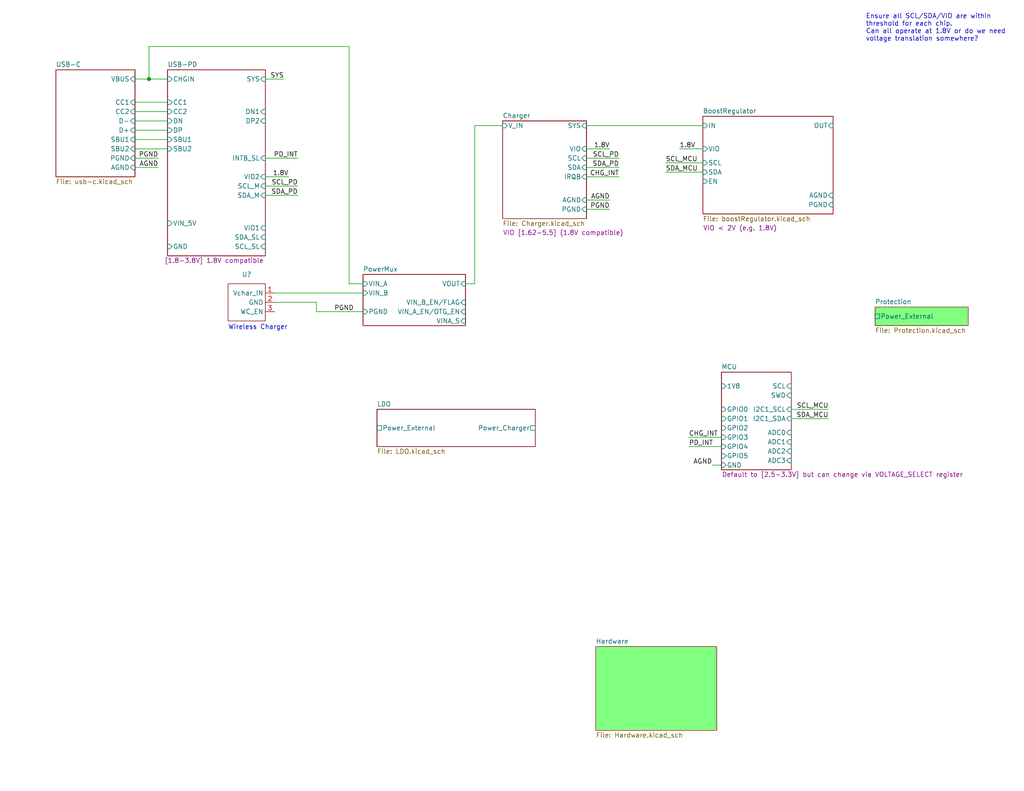
<source format=kicad_sch>
(kicad_sch (version 20211123) (generator eeschema)
  (paper "A")
  (lib_symbols
    (symbol "custom_modules:WRM483265-10F5-12V-G"
      (property "Reference" "U" (at 0 7.62 0))
      (symbol "WRM483265-10F5-12V-G_0_1"
        (rectangle (start 5.08 -5.08) (end -5.08 5.08))
      )
      (symbol "WRM483265-10F5-12V-G_1_1"
        (pin power_out line (at 7.62 2.54 180) (length 2.54) (name "Vchar_IN") (number "1"))
        (pin power_in line (at 7.62 0 180) (length 2.54) (name "GND") (number "2"))
        (pin input line (at 7.62 -2.54 180) (length 2.54) (name "WC_EN") (number "3"))
      )
    )
  )
  (junction (at 40.64 21.59))
  (wire (pts (xy 40.64 12.7) (xy 95.25 12.7)))
  (wire (pts (xy 196.85 119.38) (xy 187.96 119.38)))
  (wire (pts (xy 72.39 43.18) (xy 81.28 43.18)))
  (wire (pts (xy 160.02 57.15) (xy 166.37 57.15)))
  (wire (pts (xy 72.39 53.34) (xy 81.28 53.34)))
  (wire (pts (xy 40.64 21.59) (xy 45.72 21.59)))
  (wire (pts (xy 191.77 46.99) (xy 181.61 46.99)))
  (wire (pts (xy 160.02 43.18) (xy 168.91 43.18)))
  (wire (pts (xy 36.83 40.64) (xy 45.72 40.64)))
  (wire (pts (xy 95.25 12.7) (xy 95.25 77.47)))
  (wire (pts (xy 36.83 30.48) (xy 45.72 30.48)))
  (wire (pts (xy 36.83 35.56) (xy 45.72 35.56)))
  (wire (pts (xy 78.74 48.26) (xy 72.39 48.26)))
  (wire (pts (xy 194.31 127) (xy 196.85 127)))
  (wire (pts (xy 166.37 40.64) (xy 160.02 40.64)))
  (wire (pts (xy 215.9 111.76) (xy 226.06 111.76)))
  (wire (pts (xy 160.02 45.72) (xy 168.91 45.72)))
  (wire (pts (xy 160.02 48.26) (xy 168.91 48.26)))
  (wire (pts (xy 36.83 43.18) (xy 43.18 43.18)))
  (wire (pts (xy 215.9 114.3) (xy 226.06 114.3)))
  (wire (pts (xy 86.36 85.09) (xy 99.06 85.09)))
  (wire (pts (xy 36.83 21.59) (xy 40.64 21.59)))
  (wire (pts (xy 191.77 44.45) (xy 181.61 44.45)))
  (wire (pts (xy 40.64 21.59) (xy 40.64 12.7)))
  (wire (pts (xy 36.83 38.1) (xy 45.72 38.1)))
  (wire (pts (xy 36.83 33.02) (xy 45.72 33.02)))
  (wire (pts (xy 72.39 21.59) (xy 77.47 21.59)))
  (wire (pts (xy 127 77.47) (xy 129.54 77.47)))
  (wire (pts (xy 95.25 77.47) (xy 99.06 77.47)))
  (wire (pts (xy 160.02 54.61) (xy 166.37 54.61)))
  (wire (pts (xy 72.39 50.8) (xy 81.28 50.8)))
  (wire (pts (xy 160.02 34.29) (xy 191.77 34.29)))
  (wire (pts (xy 196.85 121.92) (xy 187.96 121.92)))
  (wire (pts (xy 511.81 340.36) (xy 560.07 340.36)))
  (wire (pts (xy 74.93 80.01) (xy 99.06 80.01)))
  (wire (pts (xy 129.54 34.29) (xy 137.16 34.29)))
  (wire (pts (xy 129.54 77.47) (xy 129.54 34.29)))
  (wire (pts (xy 36.83 27.94) (xy 45.72 27.94)))
  (wire (pts (xy 74.93 82.55) (xy 86.36 82.55)))
  (wire (pts (xy 185.42 40.64) (xy 191.77 40.64)))
  (wire (pts (xy 86.36 82.55) (xy 86.36 85.09)))
  (wire (pts (xy 36.83 45.72) (xy 43.18 45.72)))
  (text "Wireless Charger" (at 62.23 90.17 0) (effects (font (size 1.27 1.27)) (justify left bottom)))
  (text "Ensure all SCL/SDA/VIO are within\nthreshold for each chip. \nCan all operate at 1.8V or do we need\nvoltage translation somewhere?" (at 236.22 11.43 0) (effects (font (size 1.27 1.27)) (justify left bottom)))
  (label "CHG_INT" (at 187.96 119.38 0))
  (label "AGND" (at 194.31 127 180))
  (label "SCL_MCU" (at 181.61 44.45 0))
  (label "1.8V" (at 78.74 48.26 180))
  (label "SDA_PD" (at 168.91 45.72 180))
  (label "PD_INT" (at 81.28 43.18 180))
  (label "SDA_MCU" (at 181.61 46.99 0))
  (label "1.8V" (at 166.37 40.64 180))
  (label "PGND" (at 96.52 85.09 180))
  (label "SCL_PD" (at 81.28 50.8 180))
  (label "SCL_MCU" (at 226.06 111.76 180))
  (label "SCL_PD" (at 168.91 43.18 180))
  (label "PGND" (at 43.18 43.18 180))
  (label "CHG_INT" (at 168.91 48.26 180))
  (label "AGND" (at 43.18 45.72 180))
  (label "SDA_MCU" (at 226.06 114.3 180))
  (label "1.8V" (at 185.42 40.64 0))
  (label "PD_INT" (at 187.96 121.92 0))
  (label "PGND" (at 166.37 57.15 180))
  (label "SDA_PD" (at 81.28 53.34 180))
  (label "AGND" (at 166.37 54.61 180))
  (label "SYS" (at 77.47 21.59 180))
  (symbol (lib_id "custom_modules:WRM483265-10F5-12V-G") (at 67.31 82.55 0) (unit 1)
    (property "Reference" "U?" (at 67.31 74.93 0))
    (property "Value" "WRM483265-10F5-12V-G" (effects hide))
    (property "Footprint" "custom_modules:WRM483265-10F5-12V-G" (effects hide))
    (property "Part Number" "WRM483265-10F5-12V-G" (effects hide))
    (property "Description" "Premade Wireless Rx Module (Seperate board, this represents just the connector pins)." (effects hide))
  )
  (sheet (at 102.87 111.76) (size 43.18 10.16) (stroke (width 0) (color 128 0 0 1))
    (property "Sheet name" "LDO" (at 102.87 111.0484 0) (effects (justify left bottom)))
    (property "Sheet file" "LDO.kicad_sch" (at 102.87 122.5046 0) (effects (justify left top)))
    (pin "Power_External" passive (at 102.87 116.84 180))
    (pin "Power_Charger" passive (at 146.05 116.84 0))
  )
  (sheet (at 137.16 33.02) (size 22.86 26.67) (stroke (width 0) (color 128 0 0 1))
    (property "Sheet name" "Charger" (at 137.16 32.3084 0) (effects (justify left bottom)))
    (property "Sheet file" "Charger.kicad_sch" (at 137.16 60.2746 0) (effects (justify left top)))
    (property "VIO" "VIO [1.62-5.5] (1.8V compatible)" (at 153.67 63.5 0))
    (pin "PGND" input (at 160.02 57.15 0))
    (pin "VIO" input (at 160.02 40.64 0))
    (pin "V_IN" input (at 137.16 34.29 180))
    (pin "AGND" input (at 160.02 54.61 0))
    (pin "SYS" input (at 160.02 34.29 0))
    (pin "SCL" input (at 160.02 43.18 0))
    (pin "SDA" input (at 160.02 45.72 0))
    (pin "IRQB" input (at 160.02 48.26 0))
  )
  (sheet (at 45.72 19.05) (size 26.67 50.8) (stroke (width 0) (color 128 0 0 1))
    (property "Sheet name" "USB-PD" (at 45.72 18.3384 0) (effects (justify left bottom)))
    (property "Sheet file" "USB-PD.kicad_sch" (effects hide))
    (property "VIO" "[1.8-3.8V] 1.8V compatible" (at 58.42 71.12 0))
    (pin "GND" input (at 45.72 67.31 180))
    (pin "CHGIN" input (at 45.72 21.59 180))
    (pin "DP2" input (at 72.39 33.02 0))
    (pin "DN1" input (at 72.39 30.48 0))
    (pin "INTB_SL" input (at 72.39 43.18 0))
    (pin "SCL_M" input (at 72.39 50.8 0))
    (pin "SDA_M" input (at 72.39 53.34 0))
    (pin "SBU1" input (at 45.72 38.1 180))
    (pin "SBU2" input (at 45.72 40.64 180))
    (pin "VIN_5V" input (at 45.72 60.96 180))
    (pin "CC1" input (at 45.72 27.94 180))
    (pin "SYS" input (at 72.39 21.59 0))
    (pin "CC2" input (at 45.72 30.48 180))
    (pin "DN" input (at 45.72 33.02 180))
    (pin "DP" input (at 45.72 35.56 180))
    (pin "SDA_SL" input (at 72.39 64.77 0))
    (pin "SCL_SL" input (at 72.39 67.31 0))
    (pin "VIO2" input (at 72.39 48.26 0))
    (pin "VIO1" input (at 72.39 62.23 0))
  )
  (sheet (at 191.77 31.75) (size 35.56 26.67) (stroke (width 0.1524))
    (property "Sheet name" "BoostRegulator" (at 191.77 31.0384 0) (effects (justify left bottom)))
    (property "Sheet file" "boostRegulator.kicad_sch" (at 191.77 59.0046 0) (effects (justify left top)))
    (property "VIO" "VIO < 2V (e.g. 1.8V)" (at 201.93 62.23 0))
    (pin "PGND" input (at 227.33 55.88 0))
    (pin "OUT" input (at 227.33 34.29 0))
    (pin "AGND" input (at 227.33 53.34 0))
    (pin "SCL" input (at 191.77 44.45 180))
    (pin "VIO" input (at 191.77 40.64 180))
    (pin "SDA" input (at 191.77 46.99 180))
    (pin "EN" input (at 191.77 49.53 180))
    (pin "IN" input (at 191.77 34.29 180))
  )
  (sheet (at 162.56 176.53) (size 33.02 22.86) (stroke (width 0) (color 128 0 0 1)) (fill (color 128 255 128 1.0000))
    (property "Sheet name" "Hardware" (at 162.56 175.8184 0) (effects (justify left bottom)))
    (property "Sheet file" "Hardware.kicad_sch" (at 162.56 199.9746 0) (effects (justify left top)))
  )
  (sheet (at 15.24 19.05) (size 21.59 29.21) (stroke (width 0.1524))
    (property "Sheet name" "USB-C" (at 15.24 18.3384 0) (effects (justify left bottom)))
    (property "Sheet file" "usb-c.kicad_sch" (at 15.24 48.8446 0) (effects (justify left top)))
    (pin "AGND" input (at 36.83 45.72 0))
    (pin "D-" input (at 36.83 33.02 0))
    (pin "SBU1" input (at 36.83 38.1 0))
    (pin "CC1" input (at 36.83 27.94 0))
    (pin "CC2" input (at 36.83 30.48 0))
    (pin "PGND" input (at 36.83 43.18 0))
    (pin "D+" input (at 36.83 35.56 0))
    (pin "VBUS" input (at 36.83 21.59 0))
    (pin "SBU2" input (at 36.83 40.64 0))
  )
  (sheet (at 238.76 83.82) (size 25.4 5.08) (stroke (width 0) (color 128 0 0 1)) (fill (color 128 255 128 1.0000))
    (property "Sheet name" "Protection" (at 238.76 83.1084 0) (effects (justify left bottom)))
    (property "Sheet file" "Protection.kicad_sch" (at 238.76 89.4846 0) (effects (justify left top)))
    (pin "Power_External" passive (at 238.76 86.36 180))
  )
  (sheet (at 196.85 101.6) (size 19.05 26.67) (stroke (width 0.1524))
    (property "Sheet name" "MCU" (at 196.85 100.8884 0) (effects (justify left bottom)))
    (property "Sheet file" "mcu/RP2040_minimal/RP2040_minimal.kicad_sch" (effects hide))
    (property "VIO" "Default to [2.5-3.3V] but can change via VOLTAGE_SELECT register" (at 229.87 129.54 0))
    (pin "GND" input (at 196.85 127 180))
    (pin "SCL" input (at 215.9 105.41 0))
    (pin "SWD" input (at 215.9 107.95 0))
    (pin "GPIO0" input (at 196.85 111.76 180))
    (pin "GPIO1" input (at 196.85 114.3 180))
    (pin "GPIO2" input (at 196.85 116.84 180))
    (pin "GPIO4" input (at 196.85 121.92 180))
    (pin "GPIO5" input (at 196.85 124.46 180))
    (pin "GPIO3" input (at 196.85 119.38 180))
    (pin "I2C1_SDA" input (at 215.9 114.3 0))
    (pin "I2C1_SCL" input (at 215.9 111.76 0))
    (pin "1V8" input (at 196.85 105.41 180))
    (pin "ADC0" input (at 215.9 118.11 0))
    (pin "ADC1" input (at 215.9 120.65 0))
    (pin "ADC3" input (at 215.9 125.73 0))
    (pin "ADC2" input (at 215.9 123.19 0))
  )
  (sheet (at 99.06 74.93) (size 27.94 13.97) (stroke (width 0.1524))
    (property "Sheet name" "PowerMux" (at 99.06 74.2184 0) (effects (justify left bottom)))
    (property "Sheet file" "powerMux.kicad_sch" (effects hide))
    (pin "VIN_A" input (at 99.06 77.47 180))
    (pin "VIN_B" input (at 99.06 80.01 180))
    (pin "PGND" input (at 99.06 85.09 180))
    (pin "VOUT" input (at 127 77.47 0))
    (pin "VIN_B_EN{slash}FLAG" input (at 127 82.55 0))
    (pin "VIN_A_EN{slash}OTG_EN" input (at 127 85.09 0))
    (pin "VINA_S" input (at 127 87.63 0))
  )
)
</source>
